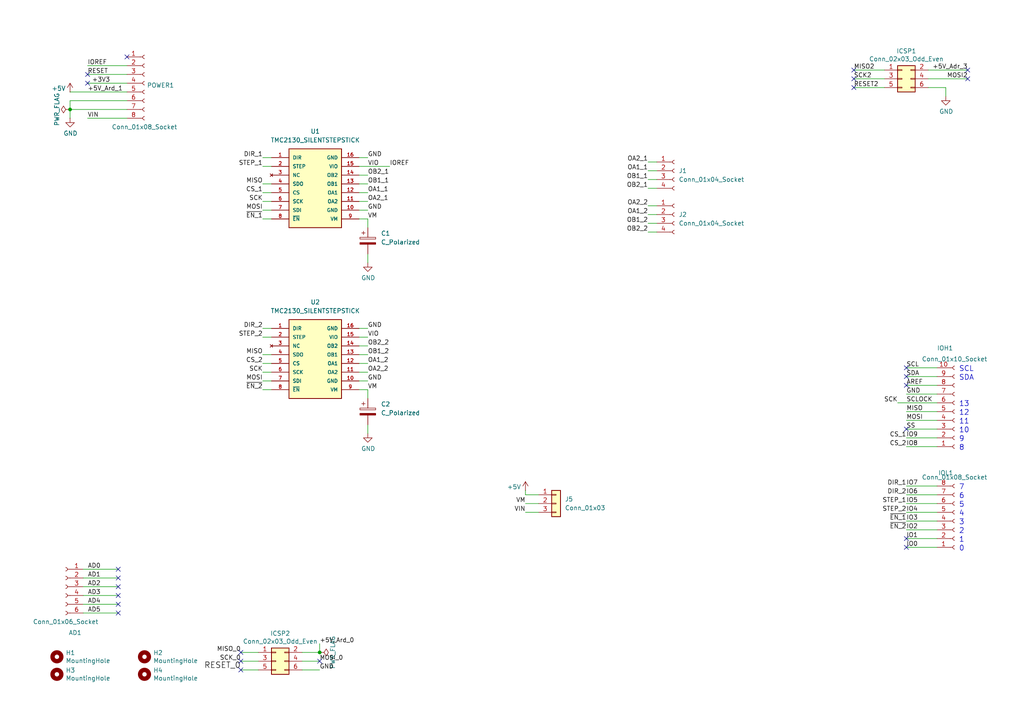
<source format=kicad_sch>
(kicad_sch (version 20231120) (generator "eeschema") (generator_version "8.0")
  (paper "A4")
  (lib_symbols
    (symbol "Connector:Conn_01x04_Socket" (pin_names (offset 1.016) hide)
      (property "Reference" "J" (at 0 5.08 0))
      (property "Value" "Conn_01x04_Socket" (at 0 -7.62 0))
      (symbol "Conn_01x04_Socket_1_1"
        (arc (start 0 -4.572) (mid -0.5058 -5.08) (end 0 -5.588) (stroke (width 0.1524)))
        (arc (start 0 -2.032) (mid -0.5058 -2.54) (end 0 -3.048) (stroke (width 0.1524)))
        (polyline (pts (xy -1.27 -5.08) (xy -0.508 -5.08)) (stroke (width 0.1524)))
        (polyline (pts (xy -1.27 -2.54) (xy -0.508 -2.54)) (stroke (width 0.1524)))
        (polyline (pts (xy -1.27 0) (xy -0.508 0)) (stroke (width 0.1524)))
        (polyline (pts (xy -1.27 2.54) (xy -0.508 2.54)) (stroke (width 0.1524)))
        (arc (start 0 0.508) (mid -0.5058 0) (end 0 -0.508) (stroke (width 0.1524)))
        (arc (start 0 3.048) (mid -0.5058 2.54) (end 0 2.032) (stroke (width 0.1524)))
        (pin passive line (at -5.08 2.54 0) (length 3.81) (name "Pin_1") (number "1"))
        (pin passive line (at -5.08 0 0) (length 3.81) (name "Pin_2") (number "2"))
        (pin passive line (at -5.08 -2.54 0) (length 3.81) (name "Pin_3") (number "3"))
        (pin passive line (at -5.08 -5.08 0) (length 3.81) (name "Pin_4") (number "4"))
      )
    )
    (symbol "Connector:Conn_01x06_Socket" (pin_names (offset 1.016) hide)
      (property "Reference" "J" (at 0 7.62 0))
      (property "Value" "Conn_01x06_Socket" (at 0 -10.16 0))
      (symbol "Conn_01x06_Socket_1_1"
        (arc (start 0 -7.112) (mid -0.5058 -7.62) (end 0 -8.128) (stroke (width 0.1524)))
        (arc (start 0 -4.572) (mid -0.5058 -5.08) (end 0 -5.588) (stroke (width 0.1524)))
        (arc (start 0 -2.032) (mid -0.5058 -2.54) (end 0 -3.048) (stroke (width 0.1524)))
        (polyline (pts (xy -1.27 -7.62) (xy -0.508 -7.62)) (stroke (width 0.1524)))
        (polyline (pts (xy -1.27 -5.08) (xy -0.508 -5.08)) (stroke (width 0.1524)))
        (polyline (pts (xy -1.27 -2.54) (xy -0.508 -2.54)) (stroke (width 0.1524)))
        (polyline (pts (xy -1.27 0) (xy -0.508 0)) (stroke (width 0.1524)))
        (polyline (pts (xy -1.27 2.54) (xy -0.508 2.54)) (stroke (width 0.1524)))
        (polyline (pts (xy -1.27 5.08) (xy -0.508 5.08)) (stroke (width 0.1524)))
        (arc (start 0 0.508) (mid -0.5058 0) (end 0 -0.508) (stroke (width 0.1524)))
        (arc (start 0 3.048) (mid -0.5058 2.54) (end 0 2.032) (stroke (width 0.1524)))
        (arc (start 0 5.588) (mid -0.5058 5.08) (end 0 4.572) (stroke (width 0.1524)))
        (pin passive line (at -5.08 5.08 0) (length 3.81) (name "Pin_1") (number "1"))
        (pin passive line (at -5.08 2.54 0) (length 3.81) (name "Pin_2") (number "2"))
        (pin passive line (at -5.08 0 0) (length 3.81) (name "Pin_3") (number "3"))
        (pin passive line (at -5.08 -2.54 0) (length 3.81) (name "Pin_4") (number "4"))
        (pin passive line (at -5.08 -5.08 0) (length 3.81) (name "Pin_5") (number "5"))
        (pin passive line (at -5.08 -7.62 0) (length 3.81) (name "Pin_6") (number "6"))
      )
    )
    (symbol "Connector:Conn_01x08_Socket" (pin_names (offset 1.016) hide)
      (property "Reference" "J" (at 0 10.16 0))
      (property "Value" "Conn_01x08_Socket" (at 0 -12.7 0))
      (symbol "Conn_01x08_Socket_1_1"
        (arc (start 0 -9.652) (mid -0.5058 -10.16) (end 0 -10.668) (stroke (width 0.1524)))
        (arc (start 0 -7.112) (mid -0.5058 -7.62) (end 0 -8.128) (stroke (width 0.1524)))
        (arc (start 0 -4.572) (mid -0.5058 -5.08) (end 0 -5.588) (stroke (width 0.1524)))
        (arc (start 0 -2.032) (mid -0.5058 -2.54) (end 0 -3.048) (stroke (width 0.1524)))
        (polyline (pts (xy -1.27 -10.16) (xy -0.508 -10.16)) (stroke (width 0.1524)))
        (polyline (pts (xy -1.27 -7.62) (xy -0.508 -7.62)) (stroke (width 0.1524)))
        (polyline (pts (xy -1.27 -5.08) (xy -0.508 -5.08)) (stroke (width 0.1524)))
        (polyline (pts (xy -1.27 -2.54) (xy -0.508 -2.54)) (stroke (width 0.1524)))
        (polyline (pts (xy -1.27 0) (xy -0.508 0)) (stroke (width 0.1524)))
        (polyline (pts (xy -1.27 2.54) (xy -0.508 2.54)) (stroke (width 0.1524)))
        (polyline (pts (xy -1.27 5.08) (xy -0.508 5.08)) (stroke (width 0.1524)))
        (polyline (pts (xy -1.27 7.62) (xy -0.508 7.62)) (stroke (width 0.1524)))
        (arc (start 0 0.508) (mid -0.5058 0) (end 0 -0.508) (stroke (width 0.1524)))
        (arc (start 0 3.048) (mid -0.5058 2.54) (end 0 2.032) (stroke (width 0.1524)))
        (arc (start 0 5.588) (mid -0.5058 5.08) (end 0 4.572) (stroke (width 0.1524)))
        (arc (start 0 8.128) (mid -0.5058 7.62) (end 0 7.112) (stroke (width 0.1524)))
        (pin passive line (at -5.08 7.62 0) (length 3.81) (name "Pin_1") (number "1"))
        (pin passive line (at -5.08 5.08 0) (length 3.81) (name "Pin_2") (number "2"))
        (pin passive line (at -5.08 2.54 0) (length 3.81) (name "Pin_3") (number "3"))
        (pin passive line (at -5.08 0 0) (length 3.81) (name "Pin_4") (number "4"))
        (pin passive line (at -5.08 -2.54 0) (length 3.81) (name "Pin_5") (number "5"))
        (pin passive line (at -5.08 -5.08 0) (length 3.81) (name "Pin_6") (number "6"))
        (pin passive line (at -5.08 -7.62 0) (length 3.81) (name "Pin_7") (number "7"))
        (pin passive line (at -5.08 -10.16 0) (length 3.81) (name "Pin_8") (number "8"))
      )
    )
    (symbol "Connector:Conn_01x10_Socket" (pin_names (offset 1.016) hide)
      (property "Reference" "J" (at 0 12.7 0))
      (property "Value" "Conn_01x10_Socket" (at 0 -15.24 0))
      (symbol "Conn_01x10_Socket_1_1"
        (arc (start 0 -12.192) (mid -0.5058 -12.7) (end 0 -13.208) (stroke (width 0.1524)))
        (arc (start 0 -9.652) (mid -0.5058 -10.16) (end 0 -10.668) (stroke (width 0.1524)))
        (arc (start 0 -7.112) (mid -0.5058 -7.62) (end 0 -8.128) (stroke (width 0.1524)))
        (arc (start 0 -4.572) (mid -0.5058 -5.08) (end 0 -5.588) (stroke (width 0.1524)))
        (arc (start 0 -2.032) (mid -0.5058 -2.54) (end 0 -3.048) (stroke (width 0.1524)))
        (polyline (pts (xy -1.27 -12.7) (xy -0.508 -12.7)) (stroke (width 0.1524)))
        (polyline (pts (xy -1.27 -10.16) (xy -0.508 -10.16)) (stroke (width 0.1524)))
        (polyline (pts (xy -1.27 -7.62) (xy -0.508 -7.62)) (stroke (width 0.1524)))
        (polyline (pts (xy -1.27 -5.08) (xy -0.508 -5.08)) (stroke (width 0.1524)))
        (polyline (pts (xy -1.27 -2.54) (xy -0.508 -2.54)) (stroke (width 0.1524)))
        (polyline (pts (xy -1.27 0) (xy -0.508 0)) (stroke (width 0.1524)))
        (polyline (pts (xy -1.27 2.54) (xy -0.508 2.54)) (stroke (width 0.1524)))
        (polyline (pts (xy -1.27 5.08) (xy -0.508 5.08)) (stroke (width 0.1524)))
        (polyline (pts (xy -1.27 7.62) (xy -0.508 7.62)) (stroke (width 0.1524)))
        (polyline (pts (xy -1.27 10.16) (xy -0.508 10.16)) (stroke (width 0.1524)))
        (arc (start 0 0.508) (mid -0.5058 0) (end 0 -0.508) (stroke (width 0.1524)))
        (arc (start 0 3.048) (mid -0.5058 2.54) (end 0 2.032) (stroke (width 0.1524)))
        (arc (start 0 5.588) (mid -0.5058 5.08) (end 0 4.572) (stroke (width 0.1524)))
        (arc (start 0 8.128) (mid -0.5058 7.62) (end 0 7.112) (stroke (width 0.1524)))
        (arc (start 0 10.668) (mid -0.5058 10.16) (end 0 9.652) (stroke (width 0.1524)))
        (pin passive line (at -5.08 10.16 0) (length 3.81) (name "Pin_1") (number "1"))
        (pin passive line (at -5.08 -12.7 0) (length 3.81) (name "Pin_10") (number "10"))
        (pin passive line (at -5.08 7.62 0) (length 3.81) (name "Pin_2") (number "2"))
        (pin passive line (at -5.08 5.08 0) (length 3.81) (name "Pin_3") (number "3"))
        (pin passive line (at -5.08 2.54 0) (length 3.81) (name "Pin_4") (number "4"))
        (pin passive line (at -5.08 0 0) (length 3.81) (name "Pin_5") (number "5"))
        (pin passive line (at -5.08 -2.54 0) (length 3.81) (name "Pin_6") (number "6"))
        (pin passive line (at -5.08 -5.08 0) (length 3.81) (name "Pin_7") (number "7"))
        (pin passive line (at -5.08 -7.62 0) (length 3.81) (name "Pin_8") (number "8"))
        (pin passive line (at -5.08 -10.16 0) (length 3.81) (name "Pin_9") (number "9"))
      )
    )
    (symbol "Connector_Generic:Conn_02x03_Odd_Even" (pin_names (offset 1.016) hide)
      (property "Reference" "J" (at 1.27 5.08 0))
      (property "Value" "Conn_02x03_Odd_Even" (at 1.27 -5.08 0))
      (symbol "Conn_02x03_Odd_Even_1_1"
        (rectangle (start -1.27 -2.413) (end 0 -2.667) (stroke (width 0.1524)))
        (rectangle (start -1.27 0.127) (end 0 -0.127) (stroke (width 0.1524)))
        (rectangle (start -1.27 2.667) (end 0 2.413) (stroke (width 0.1524)))
        (rectangle (start -1.27 3.81) (end 3.81 -3.81) (stroke (width 0.254)) (fill (type background)))
        (rectangle (start 3.81 -2.413) (end 2.54 -2.667) (stroke (width 0.1524)))
        (rectangle (start 3.81 0.127) (end 2.54 -0.127) (stroke (width 0.1524)))
        (rectangle (start 3.81 2.667) (end 2.54 2.413) (stroke (width 0.1524)))
        (pin passive line (at -5.08 2.54 0) (length 3.81) (name "Pin_1") (number "1"))
        (pin passive line (at 7.62 2.54 180) (length 3.81) (name "Pin_2") (number "2"))
        (pin passive line (at -5.08 0 0) (length 3.81) (name "Pin_3") (number "3"))
        (pin passive line (at 7.62 0 180) (length 3.81) (name "Pin_4") (number "4"))
        (pin passive line (at -5.08 -2.54 0) (length 3.81) (name "Pin_5") (number "5"))
        (pin passive line (at 7.62 -2.54 180) (length 3.81) (name "Pin_6") (number "6"))
      )
    )
    (symbol "Device:C_Polarized" (pin_numbers hide) (pin_names (offset 0.254))
      (property "Reference" "C" (at 0.635 2.54 0))
      (property "Value" "C_Polarized" (at 0.635 -2.54 0))
      (symbol "C_Polarized_0_1"
        (rectangle (start -2.286 0.508) (end 2.286 1.016))
        (polyline (pts (xy -1.778 2.286) (xy -0.762 2.286)))
        (polyline (pts (xy -1.27 2.794) (xy -1.27 1.778)))
        (rectangle (start 2.286 -0.508) (end -2.286 -1.016) (fill (type outline)))
      )
      (symbol "C_Polarized_1_1"
        (pin passive line (at 0 3.81 270) (length 2.794) (name "~") (number "1"))
        (pin passive line (at 0 -3.81 90) (length 2.794) (name "~") (number "2"))
      )
    )
    (symbol "LibPersoNadj:TMC2130_SILENTSTEPSTICK" (pin_names (offset 1.016))
      (property "Reference" "U" (at -12.7 22.86 0))
      (property "Value" "TMC2130_SILENTSTEPSTICK" (at -12.7 -22.86 0))
      (symbol "TMC2130_SILENTSTEPSTICK_0_0"
        (rectangle (start -7.62 12.7) (end 7.62 -10.16) (stroke (width 0.254)) (fill (type background)))
      )
      (symbol "TMC2130_SILENTSTEPSTICK_1_0"
        (pin input line (at -12.7 10.16 0) (length 5.08) (name "DIR") (number "1"))
        (pin power_in line (at 12.7 -5.08 180) (length 5.08) (name "GND") (number "10"))
        (pin output line (at 12.7 -2.54 180) (length 5.08) (name "OA2") (number "11"))
        (pin output line (at 12.7 0 180) (length 5.08) (name "OA1") (number "12"))
        (pin output line (at 12.7 2.54 180) (length 5.08) (name "OB1") (number "13"))
        (pin output line (at 12.7 5.08 180) (length 5.08) (name "OB2") (number "14"))
        (pin power_in line (at 12.7 7.62 180) (length 5.08) (name "VIO") (number "15"))
        (pin power_in line (at 12.7 10.16 180) (length 5.08) (name "GND") (number "16"))
        (pin no_connect line (at -2.54 -15.24 90) (length 5.08) hide (name "VREF") (number "17"))
        (pin no_connect line (at 0 -15.24 90) (length 5.08) hide (name "DIAG0") (number "18"))
        (pin no_connect line (at 2.54 -15.24 90) (length 5.08) hide (name "DIAG1") (number "19"))
        (pin input line (at -12.7 7.62 0) (length 5.08) (name "STEP") (number "2"))
        (pin no_connect line (at -12.7 5.08 0) (length 5.08) (name "NC") (number "3"))
        (pin input line (at -12.7 2.54 0) (length 5.08) (name "SDO") (number "4"))
        (pin input line (at -12.7 0 0) (length 5.08) (name "CS") (number "5"))
        (pin input line (at -12.7 -2.54 0) (length 5.08) (name "SCK") (number "6"))
        (pin unspecified line (at -12.7 -5.08 0) (length 5.08) (name "SDI") (number "7"))
        (pin input line (at -12.7 -7.62 0) (length 5.08) (name "~{EN}") (number "8"))
        (pin power_in line (at 12.7 -7.62 180) (length 5.08) (name "VM") (number "9"))
      )
    )
    (symbol "Mechanical:MountingHole" (pin_names (offset 1.016))
      (property "Reference" "H" (at 0 5.08 0))
      (property "Value" "MountingHole" (at 0 3.175 0))
      (symbol "MountingHole_0_1"
        (circle (center 0 0) (radius 1.27) (stroke (width 1.27)))
      )
    )
    (symbol "PCM_4ms_Connector:Conn_01x03" (pin_names (offset 1.016) hide)
      (property "Reference" "J" (at 0 5.08 0))
      (property "Value" "Conn_01x03" (at 0 -5.08 0))
      (symbol "Conn_01x03_1_1"
        (rectangle (start -1.27 -2.413) (end 0 -2.667) (stroke (width 0.1524)))
        (rectangle (start -1.27 0.127) (end 0 -0.127) (stroke (width 0.1524)))
        (rectangle (start -1.27 2.667) (end 0 2.413) (stroke (width 0.1524)))
        (rectangle (start -1.27 3.81) (end 1.27 -3.81) (stroke (width 0.254)) (fill (type background)))
        (pin passive line (at -5.08 2.54 0) (length 3.81) (name "Pin_1") (number "1"))
        (pin passive line (at -5.08 0 0) (length 3.81) (name "Pin_2") (number "2"))
        (pin passive line (at -5.08 -2.54 0) (length 3.81) (name "Pin_3") (number "3"))
      )
    )
    (symbol "power:+5V" (power) (pin_numbers hide) (pin_names (offset 0) hide)
      (property "Value" "+5V" (at 0 3.556 0))
      (symbol "+5V_0_1"
        (polyline (pts (xy -0.762 1.27) (xy 0 2.54)))
        (polyline (pts (xy 0 0) (xy 0 2.54)))
        (polyline (pts (xy 0 2.54) (xy 0.762 1.27)))
      )
      (symbol "+5V_1_1"
        (pin power_in line (at 0 0 90) (length 0) (name "~") (number "1"))
      )
    )
    (symbol "power:GND" (power) (pin_numbers hide) (pin_names (offset 0) hide)
      (property "Value" "GND" (at 0 -3.81 0))
      (symbol "GND_0_1"
        (polyline (pts (xy 0 0) (xy 0 -1.27) (xy 1.27 -1.27) (xy 0 -2.54) (xy -1.27 -1.27) (xy 0 -1.27)))
      )
      (symbol "GND_1_1"
        (pin power_in line (at 0 0 270) (length 0) (name "~") (number "1"))
      )
    )
    (symbol "power:PWR_FLAG" (power) (pin_numbers hide) (pin_names (offset 0) hide)
      (property "Value" "PWR_FLAG" (at 0 3.81 0))
      (symbol "PWR_FLAG_0_0"
        (pin power_out line (at 0 0 90) (length 0) (name "~") (number "1"))
      )
      (symbol "PWR_FLAG_0_1"
        (polyline (pts (xy 0 0) (xy 0 1.27) (xy -1.016 1.905) (xy 0 2.54) (xy 1.016 1.905) (xy 0 1.27)))
      )
    )
  )
  (junction (at 92.71 189.23))
  (junction (at 20.32 31.75))
  (no_connect (at 34.29 170.18))
  (no_connect (at 247.65 22.86))
  (no_connect (at 262.89 111.76))
  (no_connect (at 34.29 177.8))
  (no_connect (at 262.89 124.46))
  (no_connect (at 34.29 165.1))
  (no_connect (at 34.29 172.72))
  (no_connect (at 25.4 21.59))
  (no_connect (at 262.89 109.22))
  (no_connect (at 25.4 24.13))
  (no_connect (at 36.83 16.51))
  (no_connect (at 69.85 194.31))
  (no_connect (at 262.89 158.75))
  (no_connect (at 280.67 20.32))
  (no_connect (at 69.85 189.23))
  (no_connect (at 34.29 167.64))
  (no_connect (at 247.65 25.4))
  (no_connect (at 247.65 20.32))
  (no_connect (at 69.85 191.77))
  (no_connect (at 280.67 22.86))
  (no_connect (at 262.89 106.68))
  (no_connect (at 262.89 156.21))
  (no_connect (at 34.29 175.26))
  (no_connect (at 92.71 191.77))
  (wire (pts (xy 104.14 63.5) (xy 106.68 63.5)))
  (wire (pts (xy 262.89 153.67) (xy 271.78 153.67)))
  (wire (pts (xy 76.2 102.87) (xy 78.74 102.87)))
  (wire (pts (xy 76.2 58.42) (xy 78.74 58.42)))
  (wire (pts (xy 104.14 97.79) (xy 106.68 97.79)))
  (wire (pts (xy 74.93 191.77) (xy 69.85 191.77)))
  (wire (pts (xy 20.32 29.21) (xy 20.32 31.75)))
  (wire (pts (xy 106.68 55.88) (xy 104.14 55.88)))
  (wire (pts (xy 262.89 129.54) (xy 271.78 129.54)))
  (wire (pts (xy 106.68 63.5) (xy 106.68 66.04)))
  (wire (pts (xy 187.96 49.53) (xy 190.5 49.53)))
  (wire (pts (xy 262.89 156.21) (xy 271.78 156.21)))
  (wire (pts (xy 92.71 194.31) (xy 87.63 194.31)))
  (wire (pts (xy 106.68 45.72) (xy 104.14 45.72)))
  (wire (pts (xy 74.93 189.23) (xy 69.85 189.23)))
  (wire (pts (xy 76.2 107.95) (xy 78.74 107.95)))
  (wire (pts (xy 87.63 191.77) (xy 92.71 191.77)))
  (wire (pts (xy 106.68 60.96) (xy 104.14 60.96)))
  (wire (pts (xy 262.89 146.05) (xy 271.78 146.05)))
  (wire (pts (xy 262.89 111.76) (xy 271.78 111.76)))
  (wire (pts (xy 187.96 54.61) (xy 190.5 54.61)))
  (wire (pts (xy 106.68 110.49) (xy 104.14 110.49)))
  (wire (pts (xy 262.89 106.68) (xy 271.78 106.68)))
  (wire (pts (xy 269.24 22.86) (xy 280.67 22.86)))
  (wire (pts (xy 260.35 116.84) (xy 271.78 116.84)))
  (wire (pts (xy 262.89 121.92) (xy 271.78 121.92)))
  (wire (pts (xy 106.68 113.03) (xy 106.68 115.57)))
  (wire (pts (xy 262.89 119.38) (xy 271.78 119.38)))
  (wire (pts (xy 269.24 20.32) (xy 280.67 20.32)))
  (wire (pts (xy 106.68 105.41) (xy 104.14 105.41)))
  (wire (pts (xy 262.89 143.51) (xy 271.78 143.51)))
  (wire (pts (xy 187.96 62.23) (xy 190.5 62.23)))
  (wire (pts (xy 76.2 95.25) (xy 78.74 95.25)))
  (wire (pts (xy 24.13 165.1) (xy 34.29 165.1)))
  (wire (pts (xy 106.68 95.25) (xy 104.14 95.25)))
  (wire (pts (xy 152.4 146.05) (xy 156.21 146.05)))
  (wire (pts (xy 106.68 107.95) (xy 104.14 107.95)))
  (wire (pts (xy 76.2 63.5) (xy 78.74 63.5)))
  (wire (pts (xy 76.2 97.79) (xy 78.74 97.79)))
  (wire (pts (xy 104.14 48.26) (xy 113.03 48.26)))
  (wire (pts (xy 106.68 53.34) (xy 104.14 53.34)))
  (wire (pts (xy 25.4 19.05) (xy 36.83 19.05)))
  (wire (pts (xy 187.96 52.07) (xy 190.5 52.07)))
  (wire (pts (xy 187.96 59.69) (xy 190.5 59.69)))
  (wire (pts (xy 20.32 31.75) (xy 20.32 34.29)))
  (wire (pts (xy 262.89 127) (xy 271.78 127)))
  (wire (pts (xy 106.68 50.8) (xy 104.14 50.8)))
  (wire (pts (xy 271.78 114.3) (xy 262.89 114.3)))
  (wire (pts (xy 92.71 186.69) (xy 92.71 189.23)))
  (wire (pts (xy 247.65 22.86) (xy 256.54 22.86)))
  (wire (pts (xy 262.89 140.97) (xy 271.78 140.97)))
  (wire (pts (xy 247.65 20.32) (xy 256.54 20.32)))
  (wire (pts (xy 187.96 46.99) (xy 190.5 46.99)))
  (wire (pts (xy 25.4 34.29) (xy 36.83 34.29)))
  (wire (pts (xy 76.2 105.41) (xy 78.74 105.41)))
  (wire (pts (xy 274.32 25.4) (xy 274.32 27.94)))
  (wire (pts (xy 34.29 167.64) (xy 24.13 167.64)))
  (wire (pts (xy 106.68 73.66) (xy 106.68 76.2)))
  (wire (pts (xy 92.71 189.23) (xy 87.63 189.23)))
  (wire (pts (xy 106.68 100.33) (xy 104.14 100.33)))
  (wire (pts (xy 76.2 48.26) (xy 78.74 48.26)))
  (wire (pts (xy 262.89 109.22) (xy 271.78 109.22)))
  (wire (pts (xy 20.32 26.67) (xy 36.83 26.67)))
  (wire (pts (xy 76.2 53.34) (xy 78.74 53.34)))
  (wire (pts (xy 262.89 148.59) (xy 271.78 148.59)))
  (wire (pts (xy 152.4 143.51) (xy 156.21 143.51)))
  (wire (pts (xy 25.4 21.59) (xy 36.83 21.59)))
  (wire (pts (xy 262.89 124.46) (xy 271.78 124.46)))
  (wire (pts (xy 152.4 148.59) (xy 156.21 148.59)))
  (wire (pts (xy 24.13 172.72) (xy 34.29 172.72)))
  (wire (pts (xy 262.89 158.75) (xy 271.78 158.75)))
  (wire (pts (xy 76.2 45.72) (xy 78.74 45.72)))
  (wire (pts (xy 76.2 110.49) (xy 78.74 110.49)))
  (wire (pts (xy 76.2 60.96) (xy 78.74 60.96)))
  (wire (pts (xy 69.85 194.31) (xy 74.93 194.31)))
  (wire (pts (xy 36.83 29.21) (xy 20.32 29.21)))
  (wire (pts (xy 187.96 67.31) (xy 190.5 67.31)))
  (wire (pts (xy 34.29 170.18) (xy 24.13 170.18)))
  (wire (pts (xy 269.24 25.4) (xy 274.32 25.4)))
  (wire (pts (xy 106.68 58.42) (xy 104.14 58.42)))
  (wire (pts (xy 106.68 123.19) (xy 106.68 125.73)))
  (wire (pts (xy 34.29 177.8) (xy 24.13 177.8)))
  (wire (pts (xy 152.4 142.24) (xy 152.4 143.51)))
  (wire (pts (xy 106.68 102.87) (xy 104.14 102.87)))
  (wire (pts (xy 247.65 25.4) (xy 256.54 25.4)))
  (wire (pts (xy 36.83 24.13) (xy 25.4 24.13)))
  (wire (pts (xy 76.2 113.03) (xy 78.74 113.03)))
  (wire (pts (xy 262.89 151.13) (xy 271.78 151.13)))
  (wire (pts (xy 104.14 113.03) (xy 106.68 113.03)))
  (wire (pts (xy 36.83 31.75) (xy 20.32 31.75)))
  (wire (pts (xy 34.29 175.26) (xy 24.13 175.26)))
  (wire (pts (xy 76.2 55.88) (xy 78.74 55.88)))
  (wire (pts (xy 187.96 64.77) (xy 190.5 64.77)))
  (text "4" (at 278.13 149.86 0) (effects (font (size 1.4986 1.4986)) (justify left bottom)))
  (text "8" (at 278.13 130.81 0) (effects (font (size 1.4986 1.4986)) (justify left bottom)))
  (text "7" (at 278.13 142.24 0) (effects (font (size 1.4986 1.4986)) (justify left bottom)))
  (text "10" (at 278.13 125.73 0) (effects (font (size 1.4986 1.4986)) (justify left bottom)))
  (text "0" (at 278.13 160.02 0) (effects (font (size 1.4986 1.4986)) (justify left bottom)))
  (text "9" (at 278.13 128.27 0) (effects (font (size 1.4986 1.4986)) (justify left bottom)))
  (text "13" (at 278.13 118.11 0) (effects (font (size 1.4986 1.4986)) (justify left bottom)))
  (text "SDA" (at 278.13 110.49 0) (effects (font (size 1.4986 1.4986)) (justify left bottom)))
  (text "3" (at 278.13 152.4 0) (effects (font (size 1.4986 1.4986)) (justify left bottom)))
  (text "5" (at 278.13 147.32 0) (effects (font (size 1.4986 1.4986)) (justify left bottom)))
  (text "11" (at 278.13 123.19 0) (effects (font (size 1.4986 1.4986)) (justify left bottom)))
  (text "2" (at 278.13 154.94 0) (effects (font (size 1.4986 1.4986)) (justify left bottom)))
  (text "1" (at 278.13 157.48 0) (effects (font (size 1.4986 1.4986)) (justify left bottom)))
  (text "SCL" (at 278.13 107.95 0) (effects (font (size 1.4986 1.4986)) (justify left bottom)))
  (text "6" (at 278.13 144.78 0) (effects (font (size 1.4986 1.4986)) (justify left bottom)))
  (text "12" (at 278.13 120.65 0) (effects (font (size 1.4986 1.4986)) (justify left bottom)))
  (label "IO5" (at 262.89 146.05 0))
  (label "OA2_1" (at 187.96 46.99 180))
  (label "OA1_1" (at 106.68 55.88 0))
  (label "+3V3" (at 26.67 24.13 0))
  (label "~{EN_1}" (at 76.2 63.5 180))
  (label "STEP_1" (at 76.2 48.26 180))
  (label "MISO" (at 76.2 53.34 180))
  (label "DIR_1" (at 262.89 140.97 180))
  (label "MISO_0" (at 69.85 189.23 180))
  (label "IO8" (at 262.89 129.54 0))
  (label "AD1" (at 29.21 167.64 180))
  (label "GND" (at 106.68 110.49 0))
  (label "RESET_0" (at 69.85 194.31 180) (effects (font (size 1.6764 1.6764))))
  (label "~{EN_2}" (at 76.2 113.03 180))
  (label "MOSI" (at 262.89 121.92 0))
  (label "AD5" (at 29.21 177.8 180))
  (label "IO7" (at 262.89 140.97 0))
  (label "MISO" (at 262.89 119.38 0))
  (label "VM" (at 152.4 146.05 180))
  (label "IO9" (at 262.89 127 0))
  (label "SCK2" (at 247.65 22.86 0))
  (label "VIO" (at 106.68 97.79 0))
  (label "VM" (at 106.68 113.03 0))
  (label "AREF" (at 262.89 111.76 0))
  (label "IO0" (at 262.89 158.75 0))
  (label "+5V_Ard_0" (at 92.71 186.69 0) (effects (font (size 1.2446 1.2446))))
  (label "VM" (at 106.68 63.5 0))
  (label "IOREF" (at 113.03 48.26 0))
  (label "OA2_1" (at 106.68 58.42 0))
  (label "OB1_2" (at 106.68 102.87 0))
  (label "AD3" (at 29.21 172.72 180))
  (label "OA1_1" (at 187.96 49.53 180))
  (label "MOSI" (at 76.2 60.96 180))
  (label "DIR_2" (at 262.89 143.51 180))
  (label "VIO" (at 106.68 48.26 0))
  (label "OA2_2" (at 106.68 107.95 0))
  (label "MISO" (at 76.2 102.87 180))
  (label "OA2_2" (at 187.96 59.69 180))
  (label "OB1_1" (at 106.68 53.34 0))
  (label "CS_2" (at 262.89 129.54 180))
  (label "SCK" (at 76.2 107.95 180))
  (label "DIR_1" (at 76.2 45.72 180))
  (label "RESET" (at 25.4 21.59 0))
  (label "MOSI" (at 76.2 110.49 180))
  (label "SCL" (at 262.89 106.68 0))
  (label "~{EN_2}" (at 262.89 153.67 180))
  (label "IO4" (at 262.89 148.59 0))
  (label "CS_2" (at 76.2 105.41 180))
  (label "MOSI2" (at 280.67 22.86 180))
  (label "+5V_Ard_1" (at 25.4 26.67 0))
  (label "VIN" (at 25.4 34.29 0))
  (label "SCK_0" (at 69.85 191.77 180))
  (label "VIN" (at 152.4 148.59 180))
  (label "IO3" (at 262.89 151.13 0))
  (label "SCK" (at 76.2 58.42 180))
  (label "GND" (at 262.89 114.3 0))
  (label "OB2_1" (at 106.68 50.8 0))
  (label "STEP_1" (at 262.89 146.05 180))
  (label "~{EN_1}" (at 262.89 151.13 180))
  (label "SS" (at 262.89 124.46 0))
  (label "STEP_2" (at 76.2 97.79 180))
  (label "IO6" (at 262.89 143.51 0))
  (label "OB2_2" (at 106.68 100.33 0))
  (label "OB1_2" (at 187.96 64.77 180))
  (label "IO2" (at 262.89 153.67 0))
  (label "RESET2" (at 247.65 25.4 0))
  (label "OB2_1" (at 187.96 54.61 180))
  (label "MOSI_0" (at 92.71 191.77 0) (effects (font (size 1.2446 1.2446))))
  (label "OB2_2" (at 187.96 67.31 180))
  (label "IO1" (at 262.89 156.21 0))
  (label "GND" (at 106.68 45.72 0))
  (label "MISO2" (at 247.65 20.32 0))
  (label "AD0" (at 29.21 165.1 180))
  (label "SCLOCK" (at 262.89 116.84 0))
  (label "GND" (at 106.68 60.96 0))
  (label "SCK" (at 260.35 116.84 180))
  (label "AD2" (at 29.21 170.18 180))
  (label "OA1_2" (at 106.68 105.41 0))
  (label "+5V_Adr_3" (at 280.67 20.32 180))
  (label "OB1_1" (at 187.96 52.07 180))
  (label "SDA" (at 262.89 109.22 0))
  (label "AD4" (at 29.21 175.26 180))
  (label "DIR_2" (at 76.2 95.25 180))
  (label "GND" (at 106.68 95.25 0))
  (label "CS_1" (at 76.2 55.88 180))
  (label "IOREF" (at 25.4 19.05 0))
  (label "CS_1" (at 262.89 127 180))
  (label "GND" (at 92.71 194.31 0))
  (label "OA1_2" (at 187.96 62.23 180))
  (label "STEP_2" (at 262.89 148.59 180))
  (symbol (lib_id "Mechanical:MountingHole") (at 16.51 190.5 0) (unit 1)
    (property "Reference" "H1" (at 19.05 189.3316 0) (effects (justify left)))
    (property "Value" "MountingHole" (at 19.05 191.643 0) (effects (justify left)))
    (property "Footprint" "MountingHole:MountingHole_3mm" (effects (hide yes)))
  )
  (symbol (lib_id "Mechanical:MountingHole") (at 41.91 195.58 0) (unit 1)
    (property "Reference" "H4" (at 44.45 194.4116 0) (effects (justify left)))
    (property "Value" "MountingHole" (at 44.45 196.723 0) (effects (justify left)))
    (property "Footprint" "MountingHole:MountingHole_3mm" (effects (hide yes)))
  )
  (symbol (lib_id "Mechanical:MountingHole") (at 41.91 190.5 0) (unit 1)
    (property "Reference" "H2" (at 44.45 189.3316 0) (effects (justify left)))
    (property "Value" "MountingHole" (at 44.45 191.643 0) (effects (justify left)))
    (property "Footprint" "MountingHole:MountingHole_3mm" (effects (hide yes)))
  )
  (symbol (lib_id "Mechanical:MountingHole") (at 16.51 195.58 0) (unit 1)
    (property "Reference" "H3" (at 19.05 194.4116 0) (effects (justify left)))
    (property "Value" "MountingHole" (at 19.05 196.723 0) (effects (justify left)))
    (property "Footprint" "MountingHole:MountingHole_3mm" (effects (hide yes)))
  )
  (symbol (lib_id "Connector:Conn_01x06_Socket") (at 19.05 170.18 0) (mirror y) (unit 1)
    (property "Reference" "AD1" (at 21.7932 183.515 0))
    (property "Value" "Conn_01x06_Socket" (at 19.05 180.34 0))
    (property "Footprint" "Connector_PinHeader_2.54mm:PinHeader_1x06_P2.54mm_Vertical" (effects (hide yes)))
  )
  (symbol (lib_id "Connector:Conn_01x08_Socket") (at 276.86 151.13 0) (mirror x) (unit 1)
    (property "Reference" "IOL1" (at 274.32 137.16 0))
    (property "Value" "Conn_01x08_Socket" (at 276.86 138.43 0))
    (property "Footprint" "Connector_PinHeader_2.54mm:PinHeader_1x08_P2.54mm_Vertical" (effects (hide yes)))
  )
  (symbol (lib_id "Connector:Conn_01x08_Socket") (at 41.91 24.13 0) (unit 1)
    (property "Reference" "POWER1" (at 42.6212 24.7396 0) (effects (justify left)))
    (property "Value" "Conn_01x08_Socket" (at 41.91 36.83 0))
    (property "Footprint" "Connector_PinHeader_2.54mm:PinHeader_1x08_P2.54mm_Vertical" (effects (hide yes)))
  )
  (symbol (lib_id "Connector:Conn_01x10_Socket") (at 276.86 119.38 0) (mirror x) (unit 1)
    (property "Reference" "IOH1" (at 274.1168 100.965 0))
    (property "Value" "Conn_01x10_Socket" (at 276.86 104.14 0))
    (property "Footprint" "Connector_PinHeader_2.54mm:PinHeader_1x10_P2.54mm_Vertical" (effects (hide yes)))
  )
  (symbol (lib_id "Connector_Generic:Conn_02x03_Odd_Even") (at 261.62 22.86 0) (unit 1)
    (property "Reference" "ICSP1" (at 262.89 14.8082 0))
    (property "Value" "Conn_02x03_Odd_Even" (at 262.89 17.1196 0))
    (property "Footprint" "Connector_PinSocket_2.54mm:PinSocket_2x03_P2.54mm_Vertical" (effects (hide yes)))
  )
  (symbol (lib_id "Connector_Generic:Conn_02x03_Odd_Even") (at 80.01 191.77 0) (unit 1)
    (property "Reference" "ICSP2" (at 81.28 183.7182 0))
    (property "Value" "Conn_02x03_Odd_Even" (at 81.28 186.0296 0))
    (property "Footprint" "Connector_PinSocket_2.54mm:PinSocket_2x03_P2.54mm_Vertical" (effects (hide yes)))
  )
  (symbol (lib_id "power:PWR_FLAG") (at 92.71 189.23 270) (unit 1)
    (property "Reference" "#FLG0102" (effects (hide yes)))
    (property "Value" "PWR_FLAG" (at 96.52 189.23 0))
    (property "Description" "Special symbol for telling ERC where power comes from" (effects (hide yes)))
  )
  (symbol (lib_id "power:PWR_FLAG") (at 20.32 31.75 90) (unit 1)
    (property "Reference" "#FLG0101" (effects (hide yes)))
    (property "Value" "PWR_FLAG" (at 16.51 31.75 0))
    (property "Description" "Special symbol for telling ERC where power comes from" (effects (hide yes)))
  )
  (symbol (lib_id "power:GND") (at 20.32 34.29 0) (unit 1)
    (property "Reference" "#PWR0102" (effects (hide yes)))
    (property "Value" "GND" (at 20.447 38.6842 0))
    (property "Description" "Power symbol creates a global label with name \"GND\" , ground" (effects (hide yes)))
  )
  (symbol (lib_id "power:GND") (at 274.32 27.94 0) (unit 1)
    (property "Reference" "#PWR0101" (effects (hide yes)))
    (property "Value" "GND" (at 274.447 32.3342 0))
    (property "Description" "Power symbol creates a global label with name \"GND\" , ground" (effects (hide yes)))
  )
  (symbol (lib_id "Device:C_Polarized") (at 106.68 69.85 0) (unit 1)
    (property "Reference" "C1" (at 110.49 67.6909 0) (effects (justify left)))
    (property "Value" "C_Polarized" (at 110.49 70.2309 0) (effects (justify left)))
    (property "Footprint" "Capacitor_Tantalum_SMD:CP_EIA-7343-43_Kemet-X_Pad2.25x2.55mm_HandSolder" (effects (hide yes)))
    (property "Description" "Polarized capacitor" (effects (hide yes)))
  )
  (symbol (lib_id "Connector:Conn_01x04_Socket") (at 195.58 49.53 0) (unit 1)
    (property "Reference" "J1" (at 196.85 49.5299 0) (effects (justify left)))
    (property "Value" "Conn_01x04_Socket" (at 196.85 52.0699 0) (effects (justify left)))
    (property "Footprint" "LibPersoNadj:CUI_TBL009-254-04BK-2OR" (effects (hide yes)))
    (property "Description" "Generic connector, single row, 01x04, script generated" (effects (hide yes)))
  )
  (symbol (lib_id "LibPersoNadj:TMC2130_SILENTSTEPSTICK") (at 91.44 105.41 0) (unit 1)
    (property "Reference" "U2" (at 91.44 87.63 0))
    (property "Value" "TMC2130_SILENTSTEPSTICK" (at 91.44 90.17 0))
    (property "Footprint" "LibPersoNadj:TMC2130_SILENTSTEPSTICK" (effects (hide yes)))
    (property "Datasheet" "https://github.com/watterott/SilentStepStick/blob/master/hardware/SilentStepStick-TMC2130_v20.pdf" (effects (hide yes)))
  )
  (symbol (lib_id "Device:C_Polarized") (at 106.68 119.38 0) (unit 1)
    (property "Reference" "C2" (at 110.49 117.2209 0) (effects (justify left)))
    (property "Value" "C_Polarized" (at 110.49 119.7609 0) (effects (justify left)))
    (property "Footprint" "Capacitor_Tantalum_SMD:CP_EIA-7343-43_Kemet-X_Pad2.25x2.55mm_HandSolder" (effects (hide yes)))
    (property "Description" "Polarized capacitor" (effects (hide yes)))
  )
  (symbol (lib_id "power:GND") (at 106.68 76.2 0) (unit 1)
    (property "Reference" "#PWR0103" (effects (hide yes)))
    (property "Value" "GND" (at 106.807 80.5942 0))
    (property "Description" "Power symbol creates a global label with name \"GND\" , ground" (effects (hide yes)))
  )
  (symbol (lib_id "PCM_4ms_Connector:Conn_01x03") (at 161.29 146.05 0) (unit 1)
    (property "Reference" "J5" (at 163.83 144.7799 0) (effects (justify left)))
    (property "Value" "Conn_01x03" (at 163.83 147.3199 0) (effects (justify left)))
    (property "Footprint" "Connector_PinHeader_2.54mm:PinHeader_1x03_P2.54mm_Vertical" (effects (hide yes)))
    (property "Description" "HEADER 1x3 MALE PINS 0.100” 180deg" (effects (hide yes)))
    (property "Specifications" "HEADER 1x3 MALE PINS 0.100” 180deg" (effects (hide yes)))
    (property "Manufacturer" "TAD" (effects (hide yes)))
    (property "Part Number" "1-0301FBV0T" (effects (hide yes)))
  )
  (symbol (lib_id "power:+5V") (at 152.4 142.24 0) (unit 1)
    (property "Reference" "#PWR04" (effects (hide yes)))
    (property "Value" "+5V" (at 149.098 141.224 0))
    (property "Description" "Power symbol creates a global label with name \"+5V\"" (effects (hide yes)))
  )
  (symbol (lib_id "Connector:Conn_01x04_Socket") (at 195.58 62.23 0) (unit 1)
    (property "Reference" "J2" (at 196.85 62.2299 0) (effects (justify left)))
    (property "Value" "Conn_01x04_Socket" (at 196.85 64.7699 0) (effects (justify left)))
    (property "Footprint" "LibPersoNadj:CUI_TBL009-254-04BK-2OR" (effects (hide yes)))
    (property "Description" "Generic connector, single row, 01x04, script generated" (effects (hide yes)))
  )
  (symbol (lib_id "power:+5V") (at 20.32 26.67 0) (unit 1)
    (property "Reference" "#PWR03" (effects (hide yes)))
    (property "Value" "+5V" (at 17.018 25.654 0))
    (property "Description" "Power symbol creates a global label with name \"+5V\"" (effects (hide yes)))
  )
  (symbol (lib_id "power:GND") (at 106.68 125.73 0) (unit 1)
    (property "Reference" "#PWR0104" (effects (hide yes)))
    (property "Value" "GND" (at 106.807 130.1242 0))
    (property "Description" "Power symbol creates a global label with name \"GND\" , ground" (effects (hide yes)))
  )
  (symbol (lib_id "LibPersoNadj:TMC2130_SILENTSTEPSTICK") (at 91.44 55.88 0) (unit 1)
    (property "Reference" "U1" (at 91.44 38.1 0))
    (property "Value" "TMC2130_SILENTSTEPSTICK" (at 91.44 40.64 0))
    (property "Footprint" "LibPersoNadj:TMC2130_SILENTSTEPSTICK" (effects (hide yes)))
    (property "Datasheet" "https://github.com/watterott/SilentStepStick/blob/master/hardware/SilentStepStick-TMC2130_v20.pdf" (effects (hide yes)))
  )
)
</source>
